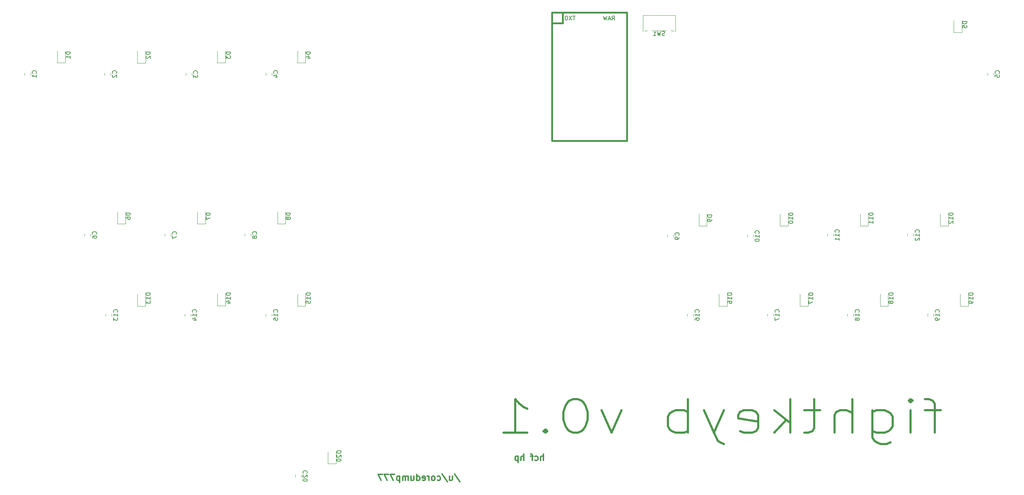
<source format=gbr>
G04 #@! TF.GenerationSoftware,KiCad,Pcbnew,5.0.1*
G04 #@! TF.CreationDate,2018-12-01T12:37:31-05:00*
G04 #@! TF.ProjectId,fightkeyb-pcb,66696768746B6579622D7063622E6B69,rev?*
G04 #@! TF.SameCoordinates,Original*
G04 #@! TF.FileFunction,Legend,Bot*
G04 #@! TF.FilePolarity,Positive*
%FSLAX46Y46*%
G04 Gerber Fmt 4.6, Leading zero omitted, Abs format (unit mm)*
G04 Created by KiCad (PCBNEW 5.0.1) date Sat 01 Dec 2018 12:37:31 PM EST*
%MOMM*%
%LPD*%
G01*
G04 APERTURE LIST*
%ADD10C,0.300000*%
%ADD11C,0.500000*%
%ADD12C,0.120000*%
%ADD13C,0.381000*%
%ADD14C,0.150000*%
G04 APERTURE END LIST*
D10*
X138444821Y-133028642D02*
X139730535Y-134957214D01*
X137301964Y-133600071D02*
X137301964Y-134600071D01*
X137944821Y-133600071D02*
X137944821Y-134385785D01*
X137873392Y-134528642D01*
X137730535Y-134600071D01*
X137516250Y-134600071D01*
X137373392Y-134528642D01*
X137301964Y-134457214D01*
X135516250Y-133028642D02*
X136801964Y-134957214D01*
X134373392Y-134528642D02*
X134516250Y-134600071D01*
X134801964Y-134600071D01*
X134944821Y-134528642D01*
X135016250Y-134457214D01*
X135087678Y-134314357D01*
X135087678Y-133885785D01*
X135016250Y-133742928D01*
X134944821Y-133671500D01*
X134801964Y-133600071D01*
X134516250Y-133600071D01*
X134373392Y-133671500D01*
X133516250Y-134600071D02*
X133659107Y-134528642D01*
X133730535Y-134457214D01*
X133801964Y-134314357D01*
X133801964Y-133885785D01*
X133730535Y-133742928D01*
X133659107Y-133671500D01*
X133516250Y-133600071D01*
X133301964Y-133600071D01*
X133159107Y-133671500D01*
X133087678Y-133742928D01*
X133016250Y-133885785D01*
X133016250Y-134314357D01*
X133087678Y-134457214D01*
X133159107Y-134528642D01*
X133301964Y-134600071D01*
X133516250Y-134600071D01*
X132373392Y-134600071D02*
X132373392Y-133600071D01*
X132373392Y-133885785D02*
X132301964Y-133742928D01*
X132230535Y-133671500D01*
X132087678Y-133600071D01*
X131944821Y-133600071D01*
X130873392Y-134528642D02*
X131016250Y-134600071D01*
X131301964Y-134600071D01*
X131444821Y-134528642D01*
X131516250Y-134385785D01*
X131516250Y-133814357D01*
X131444821Y-133671500D01*
X131301964Y-133600071D01*
X131016250Y-133600071D01*
X130873392Y-133671500D01*
X130801964Y-133814357D01*
X130801964Y-133957214D01*
X131516250Y-134100071D01*
X129516250Y-134600071D02*
X129516250Y-133100071D01*
X129516250Y-134528642D02*
X129659107Y-134600071D01*
X129944821Y-134600071D01*
X130087678Y-134528642D01*
X130159107Y-134457214D01*
X130230535Y-134314357D01*
X130230535Y-133885785D01*
X130159107Y-133742928D01*
X130087678Y-133671500D01*
X129944821Y-133600071D01*
X129659107Y-133600071D01*
X129516250Y-133671500D01*
X128159107Y-133600071D02*
X128159107Y-134600071D01*
X128801964Y-133600071D02*
X128801964Y-134385785D01*
X128730535Y-134528642D01*
X128587678Y-134600071D01*
X128373392Y-134600071D01*
X128230535Y-134528642D01*
X128159107Y-134457214D01*
X127444821Y-134600071D02*
X127444821Y-133600071D01*
X127444821Y-133742928D02*
X127373392Y-133671500D01*
X127230535Y-133600071D01*
X127016250Y-133600071D01*
X126873392Y-133671500D01*
X126801964Y-133814357D01*
X126801964Y-134600071D01*
X126801964Y-133814357D02*
X126730535Y-133671500D01*
X126587678Y-133600071D01*
X126373392Y-133600071D01*
X126230535Y-133671500D01*
X126159107Y-133814357D01*
X126159107Y-134600071D01*
X125444821Y-133600071D02*
X125444821Y-135100071D01*
X125444821Y-133671500D02*
X125301964Y-133600071D01*
X125016250Y-133600071D01*
X124873392Y-133671500D01*
X124801964Y-133742928D01*
X124730535Y-133885785D01*
X124730535Y-134314357D01*
X124801964Y-134457214D01*
X124873392Y-134528642D01*
X125016250Y-134600071D01*
X125301964Y-134600071D01*
X125444821Y-134528642D01*
X124230535Y-133100071D02*
X123230535Y-133100071D01*
X123873392Y-134600071D01*
X122801964Y-133100071D02*
X121801964Y-133100071D01*
X122444821Y-134600071D01*
X121373392Y-133100071D02*
X120373392Y-133100071D01*
X121016250Y-134600071D01*
X159531428Y-129837571D02*
X159531428Y-128337571D01*
X158888571Y-129837571D02*
X158888571Y-129051857D01*
X158960000Y-128909000D01*
X159102857Y-128837571D01*
X159317142Y-128837571D01*
X159460000Y-128909000D01*
X159531428Y-128980428D01*
X157531428Y-129766142D02*
X157674285Y-129837571D01*
X157960000Y-129837571D01*
X158102857Y-129766142D01*
X158174285Y-129694714D01*
X158245714Y-129551857D01*
X158245714Y-129123285D01*
X158174285Y-128980428D01*
X158102857Y-128909000D01*
X157960000Y-128837571D01*
X157674285Y-128837571D01*
X157531428Y-128909000D01*
X157102857Y-128837571D02*
X156531428Y-128837571D01*
X156888571Y-129837571D02*
X156888571Y-128551857D01*
X156817142Y-128409000D01*
X156674285Y-128337571D01*
X156531428Y-128337571D01*
X154888571Y-129837571D02*
X154888571Y-128337571D01*
X154245714Y-129837571D02*
X154245714Y-129051857D01*
X154317142Y-128909000D01*
X154460000Y-128837571D01*
X154674285Y-128837571D01*
X154817142Y-128909000D01*
X154888571Y-128980428D01*
X153531428Y-128837571D02*
X153531428Y-130337571D01*
X153531428Y-128909000D02*
X153388571Y-128837571D01*
X153102857Y-128837571D01*
X152960000Y-128909000D01*
X152888571Y-128980428D01*
X152817142Y-129123285D01*
X152817142Y-129551857D01*
X152888571Y-129694714D01*
X152960000Y-129766142D01*
X153102857Y-129837571D01*
X153388571Y-129837571D01*
X153531428Y-129766142D01*
D11*
X253834702Y-117919714D02*
X250025178Y-117919714D01*
X252406130Y-123253047D02*
X252406130Y-116395904D01*
X251929940Y-115634000D01*
X250977559Y-115253047D01*
X250025178Y-115253047D01*
X246691845Y-123253047D02*
X246691845Y-117919714D01*
X246691845Y-115253047D02*
X247168035Y-115634000D01*
X246691845Y-116014952D01*
X246215654Y-115634000D01*
X246691845Y-115253047D01*
X246691845Y-116014952D01*
X237644226Y-117919714D02*
X237644226Y-124395904D01*
X238120416Y-125157809D01*
X238596607Y-125538761D01*
X239548988Y-125919714D01*
X240977559Y-125919714D01*
X241929940Y-125538761D01*
X237644226Y-122872095D02*
X238596607Y-123253047D01*
X240501369Y-123253047D01*
X241453750Y-122872095D01*
X241929940Y-122491142D01*
X242406130Y-121729238D01*
X242406130Y-119443523D01*
X241929940Y-118681619D01*
X241453750Y-118300666D01*
X240501369Y-117919714D01*
X238596607Y-117919714D01*
X237644226Y-118300666D01*
X232882321Y-123253047D02*
X232882321Y-115253047D01*
X228596607Y-123253047D02*
X228596607Y-119062571D01*
X229072797Y-118300666D01*
X230025178Y-117919714D01*
X231453750Y-117919714D01*
X232406130Y-118300666D01*
X232882321Y-118681619D01*
X225263273Y-117919714D02*
X221453750Y-117919714D01*
X223834702Y-115253047D02*
X223834702Y-122110190D01*
X223358511Y-122872095D01*
X222406130Y-123253047D01*
X221453750Y-123253047D01*
X218120416Y-123253047D02*
X218120416Y-115253047D01*
X217168035Y-120205428D02*
X214310892Y-123253047D01*
X214310892Y-117919714D02*
X218120416Y-120967333D01*
X206215654Y-122872095D02*
X207168035Y-123253047D01*
X209072797Y-123253047D01*
X210025178Y-122872095D01*
X210501369Y-122110190D01*
X210501369Y-119062571D01*
X210025178Y-118300666D01*
X209072797Y-117919714D01*
X207168035Y-117919714D01*
X206215654Y-118300666D01*
X205739464Y-119062571D01*
X205739464Y-119824476D01*
X210501369Y-120586380D01*
X202406130Y-117919714D02*
X200025178Y-123253047D01*
X197644226Y-117919714D02*
X200025178Y-123253047D01*
X200977559Y-125157809D01*
X201453750Y-125538761D01*
X202406130Y-125919714D01*
X193834702Y-123253047D02*
X193834702Y-115253047D01*
X193834702Y-118300666D02*
X192882321Y-117919714D01*
X190977559Y-117919714D01*
X190025178Y-118300666D01*
X189548988Y-118681619D01*
X189072797Y-119443523D01*
X189072797Y-121729238D01*
X189548988Y-122491142D01*
X190025178Y-122872095D01*
X190977559Y-123253047D01*
X192882321Y-123253047D01*
X193834702Y-122872095D01*
X178120416Y-117919714D02*
X175739464Y-123253047D01*
X173358511Y-117919714D01*
X167644226Y-115253047D02*
X166691845Y-115253047D01*
X165739464Y-115634000D01*
X165263273Y-116014952D01*
X164787083Y-116776857D01*
X164310892Y-118300666D01*
X164310892Y-120205428D01*
X164787083Y-121729238D01*
X165263273Y-122491142D01*
X165739464Y-122872095D01*
X166691845Y-123253047D01*
X167644226Y-123253047D01*
X168596607Y-122872095D01*
X169072797Y-122491142D01*
X169548988Y-121729238D01*
X170025178Y-120205428D01*
X170025178Y-118300666D01*
X169548988Y-116776857D01*
X169072797Y-116014952D01*
X168596607Y-115634000D01*
X167644226Y-115253047D01*
X160025178Y-122491142D02*
X159548988Y-122872095D01*
X160025178Y-123253047D01*
X160501369Y-122872095D01*
X160025178Y-122491142D01*
X160025178Y-123253047D01*
X150025178Y-123253047D02*
X155739464Y-123253047D01*
X152882321Y-123253047D02*
X152882321Y-115253047D01*
X153834702Y-116395904D01*
X154787083Y-117157809D01*
X155739464Y-117538761D01*
D12*
G04 #@! TO.C,SW1*
X190337500Y-27735250D02*
X190337500Y-27965250D01*
X190857500Y-24065250D02*
X183137500Y-24065250D01*
X183137500Y-24065250D02*
X183137500Y-27965250D01*
X190857500Y-24065250D02*
X190857500Y-27965250D01*
X183657500Y-27735250D02*
X183657500Y-27965250D01*
X184197500Y-27735250D02*
X183657500Y-27735250D01*
X190337500Y-27735250D02*
X189797500Y-27735250D01*
X188697500Y-27735250D02*
X185297500Y-27735250D01*
D13*
G04 #@! TO.C,U1*
X179337500Y-23431500D02*
X161557500Y-23431500D01*
X161557500Y-23431500D02*
X161557500Y-53911500D01*
X161557500Y-53911500D02*
X179337500Y-53911500D01*
X179337500Y-53911500D02*
X179337500Y-23431500D01*
X164097500Y-23431500D02*
X164097500Y-25971500D01*
X164097500Y-25971500D02*
X161557500Y-25971500D01*
D12*
G04 #@! TO.C,C1*
X36447500Y-38289002D02*
X36447500Y-37766498D01*
X37867500Y-38289002D02*
X37867500Y-37766498D01*
G04 #@! TO.C,C2*
X56867500Y-38289002D02*
X56867500Y-37766498D01*
X55447500Y-38289002D02*
X55447500Y-37766498D01*
G04 #@! TO.C,C3*
X74697500Y-38289002D02*
X74697500Y-37766498D01*
X76117500Y-38289002D02*
X76117500Y-37766498D01*
G04 #@! TO.C,C4*
X95117500Y-38289002D02*
X95117500Y-37766498D01*
X93697500Y-38289002D02*
X93697500Y-37766498D01*
G04 #@! TO.C,C5*
X264947500Y-38289002D02*
X264947500Y-37766498D01*
X266367500Y-38289002D02*
X266367500Y-37766498D01*
G04 #@! TO.C,C6*
X50697500Y-76539002D02*
X50697500Y-76016498D01*
X52117500Y-76539002D02*
X52117500Y-76016498D01*
G04 #@! TO.C,C7*
X69697500Y-76539002D02*
X69697500Y-76016498D01*
X71117500Y-76539002D02*
X71117500Y-76016498D01*
G04 #@! TO.C,C8*
X90117500Y-76539002D02*
X90117500Y-76016498D01*
X88697500Y-76539002D02*
X88697500Y-76016498D01*
G04 #@! TO.C,C9*
X188947500Y-76789002D02*
X188947500Y-76266498D01*
X190367500Y-76789002D02*
X190367500Y-76266498D01*
G04 #@! TO.C,C10*
X209367500Y-76789002D02*
X209367500Y-76266498D01*
X207947500Y-76789002D02*
X207947500Y-76266498D01*
G04 #@! TO.C,C11*
X226947500Y-76539002D02*
X226947500Y-76016498D01*
X228367500Y-76539002D02*
X228367500Y-76016498D01*
G04 #@! TO.C,C12*
X247367500Y-76539002D02*
X247367500Y-76016498D01*
X245947500Y-76539002D02*
X245947500Y-76016498D01*
G04 #@! TO.C,C13*
X57117500Y-95539002D02*
X57117500Y-95016498D01*
X55697500Y-95539002D02*
X55697500Y-95016498D01*
G04 #@! TO.C,C14*
X75867500Y-95539002D02*
X75867500Y-95016498D01*
X74447500Y-95539002D02*
X74447500Y-95016498D01*
G04 #@! TO.C,C15*
X93697500Y-95539002D02*
X93697500Y-95016498D01*
X95117500Y-95539002D02*
X95117500Y-95016498D01*
G04 #@! TO.C,C16*
X195117500Y-95539002D02*
X195117500Y-95016498D01*
X193697500Y-95539002D02*
X193697500Y-95016498D01*
G04 #@! TO.C,C17*
X212697500Y-95539002D02*
X212697500Y-95016498D01*
X214117500Y-95539002D02*
X214117500Y-95016498D01*
G04 #@! TO.C,C18*
X233117500Y-95539002D02*
X233117500Y-95016498D01*
X231697500Y-95539002D02*
X231697500Y-95016498D01*
G04 #@! TO.C,C19*
X250697500Y-95539002D02*
X250697500Y-95016498D01*
X252117500Y-95539002D02*
X252117500Y-95016498D01*
G04 #@! TO.C,C20*
X102117500Y-133789002D02*
X102117500Y-133266498D01*
X100697500Y-133789002D02*
X100697500Y-133266498D01*
G04 #@! TO.C,D1*
X46117500Y-32527750D02*
X46117500Y-35387750D01*
X46117500Y-35387750D02*
X44197500Y-35387750D01*
X44197500Y-35387750D02*
X44197500Y-32527750D01*
G04 #@! TO.C,D2*
X63197500Y-35412750D02*
X63197500Y-32552750D01*
X65117500Y-35412750D02*
X63197500Y-35412750D01*
X65117500Y-32552750D02*
X65117500Y-35412750D01*
G04 #@! TO.C,D3*
X84117500Y-32527750D02*
X84117500Y-35387750D01*
X84117500Y-35387750D02*
X82197500Y-35387750D01*
X82197500Y-35387750D02*
X82197500Y-32527750D01*
G04 #@! TO.C,D4*
X101197500Y-35387750D02*
X101197500Y-32527750D01*
X103117500Y-35387750D02*
X101197500Y-35387750D01*
X103117500Y-32527750D02*
X103117500Y-35387750D01*
G04 #@! TO.C,D5*
X258867500Y-25277750D02*
X258867500Y-28137750D01*
X258867500Y-28137750D02*
X256947500Y-28137750D01*
X256947500Y-28137750D02*
X256947500Y-25277750D01*
G04 #@! TO.C,D6*
X58447500Y-73637750D02*
X58447500Y-70777750D01*
X60367500Y-73637750D02*
X58447500Y-73637750D01*
X60367500Y-70777750D02*
X60367500Y-73637750D01*
G04 #@! TO.C,D7*
X79367500Y-70777750D02*
X79367500Y-73637750D01*
X79367500Y-73637750D02*
X77447500Y-73637750D01*
X77447500Y-73637750D02*
X77447500Y-70777750D01*
G04 #@! TO.C,D8*
X96447500Y-73637750D02*
X96447500Y-70777750D01*
X98367500Y-73637750D02*
X96447500Y-73637750D01*
X98367500Y-70777750D02*
X98367500Y-73637750D01*
G04 #@! TO.C,D9*
X196447500Y-74137750D02*
X196447500Y-71277750D01*
X198367500Y-74137750D02*
X196447500Y-74137750D01*
X198367500Y-71277750D02*
X198367500Y-74137750D01*
G04 #@! TO.C,D10*
X217617500Y-71277750D02*
X217617500Y-74137750D01*
X217617500Y-74137750D02*
X215697500Y-74137750D01*
X215697500Y-74137750D02*
X215697500Y-71277750D01*
G04 #@! TO.C,D11*
X236617500Y-71277750D02*
X236617500Y-74137750D01*
X236617500Y-74137750D02*
X234697500Y-74137750D01*
X234697500Y-74137750D02*
X234697500Y-71277750D01*
G04 #@! TO.C,D12*
X253697500Y-74137750D02*
X253697500Y-71277750D01*
X255617500Y-74137750D02*
X253697500Y-74137750D01*
X255617500Y-71277750D02*
X255617500Y-74137750D01*
G04 #@! TO.C,D13*
X65117500Y-90277750D02*
X65117500Y-93137750D01*
X65117500Y-93137750D02*
X63197500Y-93137750D01*
X63197500Y-93137750D02*
X63197500Y-90277750D01*
G04 #@! TO.C,D14*
X82197500Y-93112750D02*
X82197500Y-90252750D01*
X84117500Y-93112750D02*
X82197500Y-93112750D01*
X84117500Y-90252750D02*
X84117500Y-93112750D01*
G04 #@! TO.C,D15*
X103117500Y-90277750D02*
X103117500Y-93137750D01*
X103117500Y-93137750D02*
X101197500Y-93137750D01*
X101197500Y-93137750D02*
X101197500Y-90277750D01*
G04 #@! TO.C,D16*
X201197500Y-93137750D02*
X201197500Y-90277750D01*
X203117500Y-93137750D02*
X201197500Y-93137750D01*
X203117500Y-90277750D02*
X203117500Y-93137750D01*
G04 #@! TO.C,D17*
X222367500Y-90277750D02*
X222367500Y-93137750D01*
X222367500Y-93137750D02*
X220447500Y-93137750D01*
X220447500Y-93137750D02*
X220447500Y-90277750D01*
G04 #@! TO.C,D18*
X239447500Y-93137750D02*
X239447500Y-90277750D01*
X241367500Y-93137750D02*
X239447500Y-93137750D01*
X241367500Y-90277750D02*
X241367500Y-93137750D01*
G04 #@! TO.C,D19*
X260367500Y-90277750D02*
X260367500Y-93137750D01*
X260367500Y-93137750D02*
X258447500Y-93137750D01*
X258447500Y-93137750D02*
X258447500Y-90277750D01*
G04 #@! TO.C,D20*
X108447500Y-130637750D02*
X108447500Y-127777750D01*
X110367500Y-130637750D02*
X108447500Y-130637750D01*
X110367500Y-127777750D02*
X110367500Y-130637750D01*
G04 #@! TO.C,SW1*
D14*
X188330833Y-28850011D02*
X188187976Y-28897630D01*
X187949880Y-28897630D01*
X187854642Y-28850011D01*
X187807023Y-28802392D01*
X187759404Y-28707154D01*
X187759404Y-28611916D01*
X187807023Y-28516678D01*
X187854642Y-28469059D01*
X187949880Y-28421440D01*
X188140357Y-28373821D01*
X188235595Y-28326202D01*
X188283214Y-28278583D01*
X188330833Y-28183345D01*
X188330833Y-28088107D01*
X188283214Y-27992869D01*
X188235595Y-27945250D01*
X188140357Y-27897630D01*
X187902261Y-27897630D01*
X187759404Y-27945250D01*
X187426071Y-27897630D02*
X187187976Y-28897630D01*
X186997500Y-28183345D01*
X186807023Y-28897630D01*
X186568928Y-27897630D01*
X185664166Y-28897630D02*
X186235595Y-28897630D01*
X185949880Y-28897630D02*
X185949880Y-27897630D01*
X186045119Y-28040488D01*
X186140357Y-28135726D01*
X186235595Y-28183345D01*
G04 #@! TO.C,U1*
X167085595Y-24223880D02*
X166514166Y-24223880D01*
X166799880Y-25223880D02*
X166799880Y-24223880D01*
X166276071Y-24223880D02*
X165609404Y-25223880D01*
X165609404Y-24223880D02*
X166276071Y-25223880D01*
X165037976Y-24223880D02*
X164942738Y-24223880D01*
X164847500Y-24271500D01*
X164799880Y-24319119D01*
X164752261Y-24414357D01*
X164704642Y-24604833D01*
X164704642Y-24842928D01*
X164752261Y-25033404D01*
X164799880Y-25128642D01*
X164847500Y-25176261D01*
X164942738Y-25223880D01*
X165037976Y-25223880D01*
X165133214Y-25176261D01*
X165180833Y-25128642D01*
X165228452Y-25033404D01*
X165276071Y-24842928D01*
X165276071Y-24604833D01*
X165228452Y-24414357D01*
X165180833Y-24319119D01*
X165133214Y-24271500D01*
X165037976Y-24223880D01*
X175837976Y-25223880D02*
X176171309Y-24747690D01*
X176409404Y-25223880D02*
X176409404Y-24223880D01*
X176028452Y-24223880D01*
X175933214Y-24271500D01*
X175885595Y-24319119D01*
X175837976Y-24414357D01*
X175837976Y-24557214D01*
X175885595Y-24652452D01*
X175933214Y-24700071D01*
X176028452Y-24747690D01*
X176409404Y-24747690D01*
X175457023Y-24938166D02*
X174980833Y-24938166D01*
X175552261Y-25223880D02*
X175218928Y-24223880D01*
X174885595Y-25223880D01*
X174647500Y-24223880D02*
X174409404Y-25223880D01*
X174218928Y-24509595D01*
X174028452Y-25223880D01*
X173790357Y-24223880D01*
G04 #@! TO.C,C1*
X39164642Y-37861083D02*
X39212261Y-37813464D01*
X39259880Y-37670607D01*
X39259880Y-37575369D01*
X39212261Y-37432511D01*
X39117023Y-37337273D01*
X39021785Y-37289654D01*
X38831309Y-37242035D01*
X38688452Y-37242035D01*
X38497976Y-37289654D01*
X38402738Y-37337273D01*
X38307500Y-37432511D01*
X38259880Y-37575369D01*
X38259880Y-37670607D01*
X38307500Y-37813464D01*
X38355119Y-37861083D01*
X39259880Y-38813464D02*
X39259880Y-38242035D01*
X39259880Y-38527750D02*
X38259880Y-38527750D01*
X38402738Y-38432511D01*
X38497976Y-38337273D01*
X38545595Y-38242035D01*
G04 #@! TO.C,C2*
X58164642Y-37861083D02*
X58212261Y-37813464D01*
X58259880Y-37670607D01*
X58259880Y-37575369D01*
X58212261Y-37432511D01*
X58117023Y-37337273D01*
X58021785Y-37289654D01*
X57831309Y-37242035D01*
X57688452Y-37242035D01*
X57497976Y-37289654D01*
X57402738Y-37337273D01*
X57307500Y-37432511D01*
X57259880Y-37575369D01*
X57259880Y-37670607D01*
X57307500Y-37813464D01*
X57355119Y-37861083D01*
X57355119Y-38242035D02*
X57307500Y-38289654D01*
X57259880Y-38384892D01*
X57259880Y-38622988D01*
X57307500Y-38718226D01*
X57355119Y-38765845D01*
X57450357Y-38813464D01*
X57545595Y-38813464D01*
X57688452Y-38765845D01*
X58259880Y-38194416D01*
X58259880Y-38813464D01*
G04 #@! TO.C,C3*
X77414642Y-37861083D02*
X77462261Y-37813464D01*
X77509880Y-37670607D01*
X77509880Y-37575369D01*
X77462261Y-37432511D01*
X77367023Y-37337273D01*
X77271785Y-37289654D01*
X77081309Y-37242035D01*
X76938452Y-37242035D01*
X76747976Y-37289654D01*
X76652738Y-37337273D01*
X76557500Y-37432511D01*
X76509880Y-37575369D01*
X76509880Y-37670607D01*
X76557500Y-37813464D01*
X76605119Y-37861083D01*
X76509880Y-38194416D02*
X76509880Y-38813464D01*
X76890833Y-38480130D01*
X76890833Y-38622988D01*
X76938452Y-38718226D01*
X76986071Y-38765845D01*
X77081309Y-38813464D01*
X77319404Y-38813464D01*
X77414642Y-38765845D01*
X77462261Y-38718226D01*
X77509880Y-38622988D01*
X77509880Y-38337273D01*
X77462261Y-38242035D01*
X77414642Y-38194416D01*
G04 #@! TO.C,C4*
X96414642Y-37861083D02*
X96462261Y-37813464D01*
X96509880Y-37670607D01*
X96509880Y-37575369D01*
X96462261Y-37432511D01*
X96367023Y-37337273D01*
X96271785Y-37289654D01*
X96081309Y-37242035D01*
X95938452Y-37242035D01*
X95747976Y-37289654D01*
X95652738Y-37337273D01*
X95557500Y-37432511D01*
X95509880Y-37575369D01*
X95509880Y-37670607D01*
X95557500Y-37813464D01*
X95605119Y-37861083D01*
X95843214Y-38718226D02*
X96509880Y-38718226D01*
X95462261Y-38480130D02*
X96176547Y-38242035D01*
X96176547Y-38861083D01*
G04 #@! TO.C,C5*
X267664642Y-37861083D02*
X267712261Y-37813464D01*
X267759880Y-37670607D01*
X267759880Y-37575369D01*
X267712261Y-37432511D01*
X267617023Y-37337273D01*
X267521785Y-37289654D01*
X267331309Y-37242035D01*
X267188452Y-37242035D01*
X266997976Y-37289654D01*
X266902738Y-37337273D01*
X266807500Y-37432511D01*
X266759880Y-37575369D01*
X266759880Y-37670607D01*
X266807500Y-37813464D01*
X266855119Y-37861083D01*
X266759880Y-38765845D02*
X266759880Y-38289654D01*
X267236071Y-38242035D01*
X267188452Y-38289654D01*
X267140833Y-38384892D01*
X267140833Y-38622988D01*
X267188452Y-38718226D01*
X267236071Y-38765845D01*
X267331309Y-38813464D01*
X267569404Y-38813464D01*
X267664642Y-38765845D01*
X267712261Y-38718226D01*
X267759880Y-38622988D01*
X267759880Y-38384892D01*
X267712261Y-38289654D01*
X267664642Y-38242035D01*
G04 #@! TO.C,C6*
X53414642Y-76111083D02*
X53462261Y-76063464D01*
X53509880Y-75920607D01*
X53509880Y-75825369D01*
X53462261Y-75682511D01*
X53367023Y-75587273D01*
X53271785Y-75539654D01*
X53081309Y-75492035D01*
X52938452Y-75492035D01*
X52747976Y-75539654D01*
X52652738Y-75587273D01*
X52557500Y-75682511D01*
X52509880Y-75825369D01*
X52509880Y-75920607D01*
X52557500Y-76063464D01*
X52605119Y-76111083D01*
X52509880Y-76968226D02*
X52509880Y-76777750D01*
X52557500Y-76682511D01*
X52605119Y-76634892D01*
X52747976Y-76539654D01*
X52938452Y-76492035D01*
X53319404Y-76492035D01*
X53414642Y-76539654D01*
X53462261Y-76587273D01*
X53509880Y-76682511D01*
X53509880Y-76872988D01*
X53462261Y-76968226D01*
X53414642Y-77015845D01*
X53319404Y-77063464D01*
X53081309Y-77063464D01*
X52986071Y-77015845D01*
X52938452Y-76968226D01*
X52890833Y-76872988D01*
X52890833Y-76682511D01*
X52938452Y-76587273D01*
X52986071Y-76539654D01*
X53081309Y-76492035D01*
G04 #@! TO.C,C7*
X72414642Y-76111083D02*
X72462261Y-76063464D01*
X72509880Y-75920607D01*
X72509880Y-75825369D01*
X72462261Y-75682511D01*
X72367023Y-75587273D01*
X72271785Y-75539654D01*
X72081309Y-75492035D01*
X71938452Y-75492035D01*
X71747976Y-75539654D01*
X71652738Y-75587273D01*
X71557500Y-75682511D01*
X71509880Y-75825369D01*
X71509880Y-75920607D01*
X71557500Y-76063464D01*
X71605119Y-76111083D01*
X71509880Y-76444416D02*
X71509880Y-77111083D01*
X72509880Y-76682511D01*
G04 #@! TO.C,C8*
X91414642Y-76111083D02*
X91462261Y-76063464D01*
X91509880Y-75920607D01*
X91509880Y-75825369D01*
X91462261Y-75682511D01*
X91367023Y-75587273D01*
X91271785Y-75539654D01*
X91081309Y-75492035D01*
X90938452Y-75492035D01*
X90747976Y-75539654D01*
X90652738Y-75587273D01*
X90557500Y-75682511D01*
X90509880Y-75825369D01*
X90509880Y-75920607D01*
X90557500Y-76063464D01*
X90605119Y-76111083D01*
X90938452Y-76682511D02*
X90890833Y-76587273D01*
X90843214Y-76539654D01*
X90747976Y-76492035D01*
X90700357Y-76492035D01*
X90605119Y-76539654D01*
X90557500Y-76587273D01*
X90509880Y-76682511D01*
X90509880Y-76872988D01*
X90557500Y-76968226D01*
X90605119Y-77015845D01*
X90700357Y-77063464D01*
X90747976Y-77063464D01*
X90843214Y-77015845D01*
X90890833Y-76968226D01*
X90938452Y-76872988D01*
X90938452Y-76682511D01*
X90986071Y-76587273D01*
X91033690Y-76539654D01*
X91128928Y-76492035D01*
X91319404Y-76492035D01*
X91414642Y-76539654D01*
X91462261Y-76587273D01*
X91509880Y-76682511D01*
X91509880Y-76872988D01*
X91462261Y-76968226D01*
X91414642Y-77015845D01*
X91319404Y-77063464D01*
X91128928Y-77063464D01*
X91033690Y-77015845D01*
X90986071Y-76968226D01*
X90938452Y-76872988D01*
G04 #@! TO.C,C9*
X191664642Y-76361083D02*
X191712261Y-76313464D01*
X191759880Y-76170607D01*
X191759880Y-76075369D01*
X191712261Y-75932511D01*
X191617023Y-75837273D01*
X191521785Y-75789654D01*
X191331309Y-75742035D01*
X191188452Y-75742035D01*
X190997976Y-75789654D01*
X190902738Y-75837273D01*
X190807500Y-75932511D01*
X190759880Y-76075369D01*
X190759880Y-76170607D01*
X190807500Y-76313464D01*
X190855119Y-76361083D01*
X191759880Y-76837273D02*
X191759880Y-77027750D01*
X191712261Y-77122988D01*
X191664642Y-77170607D01*
X191521785Y-77265845D01*
X191331309Y-77313464D01*
X190950357Y-77313464D01*
X190855119Y-77265845D01*
X190807500Y-77218226D01*
X190759880Y-77122988D01*
X190759880Y-76932511D01*
X190807500Y-76837273D01*
X190855119Y-76789654D01*
X190950357Y-76742035D01*
X191188452Y-76742035D01*
X191283690Y-76789654D01*
X191331309Y-76837273D01*
X191378928Y-76932511D01*
X191378928Y-77122988D01*
X191331309Y-77218226D01*
X191283690Y-77265845D01*
X191188452Y-77313464D01*
G04 #@! TO.C,C10*
X210664642Y-75884892D02*
X210712261Y-75837273D01*
X210759880Y-75694416D01*
X210759880Y-75599178D01*
X210712261Y-75456321D01*
X210617023Y-75361083D01*
X210521785Y-75313464D01*
X210331309Y-75265845D01*
X210188452Y-75265845D01*
X209997976Y-75313464D01*
X209902738Y-75361083D01*
X209807500Y-75456321D01*
X209759880Y-75599178D01*
X209759880Y-75694416D01*
X209807500Y-75837273D01*
X209855119Y-75884892D01*
X210759880Y-76837273D02*
X210759880Y-76265845D01*
X210759880Y-76551559D02*
X209759880Y-76551559D01*
X209902738Y-76456321D01*
X209997976Y-76361083D01*
X210045595Y-76265845D01*
X209759880Y-77456321D02*
X209759880Y-77551559D01*
X209807500Y-77646797D01*
X209855119Y-77694416D01*
X209950357Y-77742035D01*
X210140833Y-77789654D01*
X210378928Y-77789654D01*
X210569404Y-77742035D01*
X210664642Y-77694416D01*
X210712261Y-77646797D01*
X210759880Y-77551559D01*
X210759880Y-77456321D01*
X210712261Y-77361083D01*
X210664642Y-77313464D01*
X210569404Y-77265845D01*
X210378928Y-77218226D01*
X210140833Y-77218226D01*
X209950357Y-77265845D01*
X209855119Y-77313464D01*
X209807500Y-77361083D01*
X209759880Y-77456321D01*
G04 #@! TO.C,C11*
X229664642Y-75634892D02*
X229712261Y-75587273D01*
X229759880Y-75444416D01*
X229759880Y-75349178D01*
X229712261Y-75206321D01*
X229617023Y-75111083D01*
X229521785Y-75063464D01*
X229331309Y-75015845D01*
X229188452Y-75015845D01*
X228997976Y-75063464D01*
X228902738Y-75111083D01*
X228807500Y-75206321D01*
X228759880Y-75349178D01*
X228759880Y-75444416D01*
X228807500Y-75587273D01*
X228855119Y-75634892D01*
X229759880Y-76587273D02*
X229759880Y-76015845D01*
X229759880Y-76301559D02*
X228759880Y-76301559D01*
X228902738Y-76206321D01*
X228997976Y-76111083D01*
X229045595Y-76015845D01*
X229759880Y-77539654D02*
X229759880Y-76968226D01*
X229759880Y-77253940D02*
X228759880Y-77253940D01*
X228902738Y-77158702D01*
X228997976Y-77063464D01*
X229045595Y-76968226D01*
G04 #@! TO.C,C12*
X248664642Y-75634892D02*
X248712261Y-75587273D01*
X248759880Y-75444416D01*
X248759880Y-75349178D01*
X248712261Y-75206321D01*
X248617023Y-75111083D01*
X248521785Y-75063464D01*
X248331309Y-75015845D01*
X248188452Y-75015845D01*
X247997976Y-75063464D01*
X247902738Y-75111083D01*
X247807500Y-75206321D01*
X247759880Y-75349178D01*
X247759880Y-75444416D01*
X247807500Y-75587273D01*
X247855119Y-75634892D01*
X248759880Y-76587273D02*
X248759880Y-76015845D01*
X248759880Y-76301559D02*
X247759880Y-76301559D01*
X247902738Y-76206321D01*
X247997976Y-76111083D01*
X248045595Y-76015845D01*
X247855119Y-76968226D02*
X247807500Y-77015845D01*
X247759880Y-77111083D01*
X247759880Y-77349178D01*
X247807500Y-77444416D01*
X247855119Y-77492035D01*
X247950357Y-77539654D01*
X248045595Y-77539654D01*
X248188452Y-77492035D01*
X248759880Y-76920607D01*
X248759880Y-77539654D01*
G04 #@! TO.C,C13*
X58414642Y-94634892D02*
X58462261Y-94587273D01*
X58509880Y-94444416D01*
X58509880Y-94349178D01*
X58462261Y-94206321D01*
X58367023Y-94111083D01*
X58271785Y-94063464D01*
X58081309Y-94015845D01*
X57938452Y-94015845D01*
X57747976Y-94063464D01*
X57652738Y-94111083D01*
X57557500Y-94206321D01*
X57509880Y-94349178D01*
X57509880Y-94444416D01*
X57557500Y-94587273D01*
X57605119Y-94634892D01*
X58509880Y-95587273D02*
X58509880Y-95015845D01*
X58509880Y-95301559D02*
X57509880Y-95301559D01*
X57652738Y-95206321D01*
X57747976Y-95111083D01*
X57795595Y-95015845D01*
X57509880Y-95920607D02*
X57509880Y-96539654D01*
X57890833Y-96206321D01*
X57890833Y-96349178D01*
X57938452Y-96444416D01*
X57986071Y-96492035D01*
X58081309Y-96539654D01*
X58319404Y-96539654D01*
X58414642Y-96492035D01*
X58462261Y-96444416D01*
X58509880Y-96349178D01*
X58509880Y-96063464D01*
X58462261Y-95968226D01*
X58414642Y-95920607D01*
G04 #@! TO.C,C14*
X77164642Y-94634892D02*
X77212261Y-94587273D01*
X77259880Y-94444416D01*
X77259880Y-94349178D01*
X77212261Y-94206321D01*
X77117023Y-94111083D01*
X77021785Y-94063464D01*
X76831309Y-94015845D01*
X76688452Y-94015845D01*
X76497976Y-94063464D01*
X76402738Y-94111083D01*
X76307500Y-94206321D01*
X76259880Y-94349178D01*
X76259880Y-94444416D01*
X76307500Y-94587273D01*
X76355119Y-94634892D01*
X77259880Y-95587273D02*
X77259880Y-95015845D01*
X77259880Y-95301559D02*
X76259880Y-95301559D01*
X76402738Y-95206321D01*
X76497976Y-95111083D01*
X76545595Y-95015845D01*
X76593214Y-96444416D02*
X77259880Y-96444416D01*
X76212261Y-96206321D02*
X76926547Y-95968226D01*
X76926547Y-96587273D01*
G04 #@! TO.C,C15*
X96414642Y-94634892D02*
X96462261Y-94587273D01*
X96509880Y-94444416D01*
X96509880Y-94349178D01*
X96462261Y-94206321D01*
X96367023Y-94111083D01*
X96271785Y-94063464D01*
X96081309Y-94015845D01*
X95938452Y-94015845D01*
X95747976Y-94063464D01*
X95652738Y-94111083D01*
X95557500Y-94206321D01*
X95509880Y-94349178D01*
X95509880Y-94444416D01*
X95557500Y-94587273D01*
X95605119Y-94634892D01*
X96509880Y-95587273D02*
X96509880Y-95015845D01*
X96509880Y-95301559D02*
X95509880Y-95301559D01*
X95652738Y-95206321D01*
X95747976Y-95111083D01*
X95795595Y-95015845D01*
X95509880Y-96492035D02*
X95509880Y-96015845D01*
X95986071Y-95968226D01*
X95938452Y-96015845D01*
X95890833Y-96111083D01*
X95890833Y-96349178D01*
X95938452Y-96444416D01*
X95986071Y-96492035D01*
X96081309Y-96539654D01*
X96319404Y-96539654D01*
X96414642Y-96492035D01*
X96462261Y-96444416D01*
X96509880Y-96349178D01*
X96509880Y-96111083D01*
X96462261Y-96015845D01*
X96414642Y-95968226D01*
G04 #@! TO.C,C16*
X196414642Y-94634892D02*
X196462261Y-94587273D01*
X196509880Y-94444416D01*
X196509880Y-94349178D01*
X196462261Y-94206321D01*
X196367023Y-94111083D01*
X196271785Y-94063464D01*
X196081309Y-94015845D01*
X195938452Y-94015845D01*
X195747976Y-94063464D01*
X195652738Y-94111083D01*
X195557500Y-94206321D01*
X195509880Y-94349178D01*
X195509880Y-94444416D01*
X195557500Y-94587273D01*
X195605119Y-94634892D01*
X196509880Y-95587273D02*
X196509880Y-95015845D01*
X196509880Y-95301559D02*
X195509880Y-95301559D01*
X195652738Y-95206321D01*
X195747976Y-95111083D01*
X195795595Y-95015845D01*
X195509880Y-96444416D02*
X195509880Y-96253940D01*
X195557500Y-96158702D01*
X195605119Y-96111083D01*
X195747976Y-96015845D01*
X195938452Y-95968226D01*
X196319404Y-95968226D01*
X196414642Y-96015845D01*
X196462261Y-96063464D01*
X196509880Y-96158702D01*
X196509880Y-96349178D01*
X196462261Y-96444416D01*
X196414642Y-96492035D01*
X196319404Y-96539654D01*
X196081309Y-96539654D01*
X195986071Y-96492035D01*
X195938452Y-96444416D01*
X195890833Y-96349178D01*
X195890833Y-96158702D01*
X195938452Y-96063464D01*
X195986071Y-96015845D01*
X196081309Y-95968226D01*
G04 #@! TO.C,C17*
X215414642Y-94634892D02*
X215462261Y-94587273D01*
X215509880Y-94444416D01*
X215509880Y-94349178D01*
X215462261Y-94206321D01*
X215367023Y-94111083D01*
X215271785Y-94063464D01*
X215081309Y-94015845D01*
X214938452Y-94015845D01*
X214747976Y-94063464D01*
X214652738Y-94111083D01*
X214557500Y-94206321D01*
X214509880Y-94349178D01*
X214509880Y-94444416D01*
X214557500Y-94587273D01*
X214605119Y-94634892D01*
X215509880Y-95587273D02*
X215509880Y-95015845D01*
X215509880Y-95301559D02*
X214509880Y-95301559D01*
X214652738Y-95206321D01*
X214747976Y-95111083D01*
X214795595Y-95015845D01*
X214509880Y-95920607D02*
X214509880Y-96587273D01*
X215509880Y-96158702D01*
G04 #@! TO.C,C18*
X234414642Y-94634892D02*
X234462261Y-94587273D01*
X234509880Y-94444416D01*
X234509880Y-94349178D01*
X234462261Y-94206321D01*
X234367023Y-94111083D01*
X234271785Y-94063464D01*
X234081309Y-94015845D01*
X233938452Y-94015845D01*
X233747976Y-94063464D01*
X233652738Y-94111083D01*
X233557500Y-94206321D01*
X233509880Y-94349178D01*
X233509880Y-94444416D01*
X233557500Y-94587273D01*
X233605119Y-94634892D01*
X234509880Y-95587273D02*
X234509880Y-95015845D01*
X234509880Y-95301559D02*
X233509880Y-95301559D01*
X233652738Y-95206321D01*
X233747976Y-95111083D01*
X233795595Y-95015845D01*
X233938452Y-96158702D02*
X233890833Y-96063464D01*
X233843214Y-96015845D01*
X233747976Y-95968226D01*
X233700357Y-95968226D01*
X233605119Y-96015845D01*
X233557500Y-96063464D01*
X233509880Y-96158702D01*
X233509880Y-96349178D01*
X233557500Y-96444416D01*
X233605119Y-96492035D01*
X233700357Y-96539654D01*
X233747976Y-96539654D01*
X233843214Y-96492035D01*
X233890833Y-96444416D01*
X233938452Y-96349178D01*
X233938452Y-96158702D01*
X233986071Y-96063464D01*
X234033690Y-96015845D01*
X234128928Y-95968226D01*
X234319404Y-95968226D01*
X234414642Y-96015845D01*
X234462261Y-96063464D01*
X234509880Y-96158702D01*
X234509880Y-96349178D01*
X234462261Y-96444416D01*
X234414642Y-96492035D01*
X234319404Y-96539654D01*
X234128928Y-96539654D01*
X234033690Y-96492035D01*
X233986071Y-96444416D01*
X233938452Y-96349178D01*
G04 #@! TO.C,C19*
X253414642Y-94634892D02*
X253462261Y-94587273D01*
X253509880Y-94444416D01*
X253509880Y-94349178D01*
X253462261Y-94206321D01*
X253367023Y-94111083D01*
X253271785Y-94063464D01*
X253081309Y-94015845D01*
X252938452Y-94015845D01*
X252747976Y-94063464D01*
X252652738Y-94111083D01*
X252557500Y-94206321D01*
X252509880Y-94349178D01*
X252509880Y-94444416D01*
X252557500Y-94587273D01*
X252605119Y-94634892D01*
X253509880Y-95587273D02*
X253509880Y-95015845D01*
X253509880Y-95301559D02*
X252509880Y-95301559D01*
X252652738Y-95206321D01*
X252747976Y-95111083D01*
X252795595Y-95015845D01*
X253509880Y-96063464D02*
X253509880Y-96253940D01*
X253462261Y-96349178D01*
X253414642Y-96396797D01*
X253271785Y-96492035D01*
X253081309Y-96539654D01*
X252700357Y-96539654D01*
X252605119Y-96492035D01*
X252557500Y-96444416D01*
X252509880Y-96349178D01*
X252509880Y-96158702D01*
X252557500Y-96063464D01*
X252605119Y-96015845D01*
X252700357Y-95968226D01*
X252938452Y-95968226D01*
X253033690Y-96015845D01*
X253081309Y-96063464D01*
X253128928Y-96158702D01*
X253128928Y-96349178D01*
X253081309Y-96444416D01*
X253033690Y-96492035D01*
X252938452Y-96539654D01*
G04 #@! TO.C,C20*
X103414642Y-132884892D02*
X103462261Y-132837273D01*
X103509880Y-132694416D01*
X103509880Y-132599178D01*
X103462261Y-132456321D01*
X103367023Y-132361083D01*
X103271785Y-132313464D01*
X103081309Y-132265845D01*
X102938452Y-132265845D01*
X102747976Y-132313464D01*
X102652738Y-132361083D01*
X102557500Y-132456321D01*
X102509880Y-132599178D01*
X102509880Y-132694416D01*
X102557500Y-132837273D01*
X102605119Y-132884892D01*
X102605119Y-133265845D02*
X102557500Y-133313464D01*
X102509880Y-133408702D01*
X102509880Y-133646797D01*
X102557500Y-133742035D01*
X102605119Y-133789654D01*
X102700357Y-133837273D01*
X102795595Y-133837273D01*
X102938452Y-133789654D01*
X103509880Y-133218226D01*
X103509880Y-133837273D01*
X102509880Y-134456321D02*
X102509880Y-134551559D01*
X102557500Y-134646797D01*
X102605119Y-134694416D01*
X102700357Y-134742035D01*
X102890833Y-134789654D01*
X103128928Y-134789654D01*
X103319404Y-134742035D01*
X103414642Y-134694416D01*
X103462261Y-134646797D01*
X103509880Y-134551559D01*
X103509880Y-134456321D01*
X103462261Y-134361083D01*
X103414642Y-134313464D01*
X103319404Y-134265845D01*
X103128928Y-134218226D01*
X102890833Y-134218226D01*
X102700357Y-134265845D01*
X102605119Y-134313464D01*
X102557500Y-134361083D01*
X102509880Y-134456321D01*
G04 #@! TO.C,D1*
X47259880Y-32789654D02*
X46259880Y-32789654D01*
X46259880Y-33027750D01*
X46307500Y-33170607D01*
X46402738Y-33265845D01*
X46497976Y-33313464D01*
X46688452Y-33361083D01*
X46831309Y-33361083D01*
X47021785Y-33313464D01*
X47117023Y-33265845D01*
X47212261Y-33170607D01*
X47259880Y-33027750D01*
X47259880Y-32789654D01*
X47259880Y-34313464D02*
X47259880Y-33742035D01*
X47259880Y-34027750D02*
X46259880Y-34027750D01*
X46402738Y-33932511D01*
X46497976Y-33837273D01*
X46545595Y-33742035D01*
G04 #@! TO.C,D2*
X66259880Y-32814654D02*
X65259880Y-32814654D01*
X65259880Y-33052750D01*
X65307500Y-33195607D01*
X65402738Y-33290845D01*
X65497976Y-33338464D01*
X65688452Y-33386083D01*
X65831309Y-33386083D01*
X66021785Y-33338464D01*
X66117023Y-33290845D01*
X66212261Y-33195607D01*
X66259880Y-33052750D01*
X66259880Y-32814654D01*
X65355119Y-33767035D02*
X65307500Y-33814654D01*
X65259880Y-33909892D01*
X65259880Y-34147988D01*
X65307500Y-34243226D01*
X65355119Y-34290845D01*
X65450357Y-34338464D01*
X65545595Y-34338464D01*
X65688452Y-34290845D01*
X66259880Y-33719416D01*
X66259880Y-34338464D01*
G04 #@! TO.C,D3*
X85259880Y-32789654D02*
X84259880Y-32789654D01*
X84259880Y-33027750D01*
X84307500Y-33170607D01*
X84402738Y-33265845D01*
X84497976Y-33313464D01*
X84688452Y-33361083D01*
X84831309Y-33361083D01*
X85021785Y-33313464D01*
X85117023Y-33265845D01*
X85212261Y-33170607D01*
X85259880Y-33027750D01*
X85259880Y-32789654D01*
X84259880Y-33694416D02*
X84259880Y-34313464D01*
X84640833Y-33980130D01*
X84640833Y-34122988D01*
X84688452Y-34218226D01*
X84736071Y-34265845D01*
X84831309Y-34313464D01*
X85069404Y-34313464D01*
X85164642Y-34265845D01*
X85212261Y-34218226D01*
X85259880Y-34122988D01*
X85259880Y-33837273D01*
X85212261Y-33742035D01*
X85164642Y-33694416D01*
G04 #@! TO.C,D4*
X104259880Y-32789654D02*
X103259880Y-32789654D01*
X103259880Y-33027750D01*
X103307500Y-33170607D01*
X103402738Y-33265845D01*
X103497976Y-33313464D01*
X103688452Y-33361083D01*
X103831309Y-33361083D01*
X104021785Y-33313464D01*
X104117023Y-33265845D01*
X104212261Y-33170607D01*
X104259880Y-33027750D01*
X104259880Y-32789654D01*
X103593214Y-34218226D02*
X104259880Y-34218226D01*
X103212261Y-33980130D02*
X103926547Y-33742035D01*
X103926547Y-34361083D01*
G04 #@! TO.C,D5*
X260009880Y-25539654D02*
X259009880Y-25539654D01*
X259009880Y-25777750D01*
X259057500Y-25920607D01*
X259152738Y-26015845D01*
X259247976Y-26063464D01*
X259438452Y-26111083D01*
X259581309Y-26111083D01*
X259771785Y-26063464D01*
X259867023Y-26015845D01*
X259962261Y-25920607D01*
X260009880Y-25777750D01*
X260009880Y-25539654D01*
X259009880Y-27015845D02*
X259009880Y-26539654D01*
X259486071Y-26492035D01*
X259438452Y-26539654D01*
X259390833Y-26634892D01*
X259390833Y-26872988D01*
X259438452Y-26968226D01*
X259486071Y-27015845D01*
X259581309Y-27063464D01*
X259819404Y-27063464D01*
X259914642Y-27015845D01*
X259962261Y-26968226D01*
X260009880Y-26872988D01*
X260009880Y-26634892D01*
X259962261Y-26539654D01*
X259914642Y-26492035D01*
G04 #@! TO.C,D6*
X61509880Y-71039654D02*
X60509880Y-71039654D01*
X60509880Y-71277750D01*
X60557500Y-71420607D01*
X60652738Y-71515845D01*
X60747976Y-71563464D01*
X60938452Y-71611083D01*
X61081309Y-71611083D01*
X61271785Y-71563464D01*
X61367023Y-71515845D01*
X61462261Y-71420607D01*
X61509880Y-71277750D01*
X61509880Y-71039654D01*
X60509880Y-72468226D02*
X60509880Y-72277750D01*
X60557500Y-72182511D01*
X60605119Y-72134892D01*
X60747976Y-72039654D01*
X60938452Y-71992035D01*
X61319404Y-71992035D01*
X61414642Y-72039654D01*
X61462261Y-72087273D01*
X61509880Y-72182511D01*
X61509880Y-72372988D01*
X61462261Y-72468226D01*
X61414642Y-72515845D01*
X61319404Y-72563464D01*
X61081309Y-72563464D01*
X60986071Y-72515845D01*
X60938452Y-72468226D01*
X60890833Y-72372988D01*
X60890833Y-72182511D01*
X60938452Y-72087273D01*
X60986071Y-72039654D01*
X61081309Y-71992035D01*
G04 #@! TO.C,D7*
X80509880Y-71039654D02*
X79509880Y-71039654D01*
X79509880Y-71277750D01*
X79557500Y-71420607D01*
X79652738Y-71515845D01*
X79747976Y-71563464D01*
X79938452Y-71611083D01*
X80081309Y-71611083D01*
X80271785Y-71563464D01*
X80367023Y-71515845D01*
X80462261Y-71420607D01*
X80509880Y-71277750D01*
X80509880Y-71039654D01*
X79509880Y-71944416D02*
X79509880Y-72611083D01*
X80509880Y-72182511D01*
G04 #@! TO.C,D8*
X99509880Y-71039654D02*
X98509880Y-71039654D01*
X98509880Y-71277750D01*
X98557500Y-71420607D01*
X98652738Y-71515845D01*
X98747976Y-71563464D01*
X98938452Y-71611083D01*
X99081309Y-71611083D01*
X99271785Y-71563464D01*
X99367023Y-71515845D01*
X99462261Y-71420607D01*
X99509880Y-71277750D01*
X99509880Y-71039654D01*
X98938452Y-72182511D02*
X98890833Y-72087273D01*
X98843214Y-72039654D01*
X98747976Y-71992035D01*
X98700357Y-71992035D01*
X98605119Y-72039654D01*
X98557500Y-72087273D01*
X98509880Y-72182511D01*
X98509880Y-72372988D01*
X98557500Y-72468226D01*
X98605119Y-72515845D01*
X98700357Y-72563464D01*
X98747976Y-72563464D01*
X98843214Y-72515845D01*
X98890833Y-72468226D01*
X98938452Y-72372988D01*
X98938452Y-72182511D01*
X98986071Y-72087273D01*
X99033690Y-72039654D01*
X99128928Y-71992035D01*
X99319404Y-71992035D01*
X99414642Y-72039654D01*
X99462261Y-72087273D01*
X99509880Y-72182511D01*
X99509880Y-72372988D01*
X99462261Y-72468226D01*
X99414642Y-72515845D01*
X99319404Y-72563464D01*
X99128928Y-72563464D01*
X99033690Y-72515845D01*
X98986071Y-72468226D01*
X98938452Y-72372988D01*
G04 #@! TO.C,D9*
X199509880Y-71539654D02*
X198509880Y-71539654D01*
X198509880Y-71777750D01*
X198557500Y-71920607D01*
X198652738Y-72015845D01*
X198747976Y-72063464D01*
X198938452Y-72111083D01*
X199081309Y-72111083D01*
X199271785Y-72063464D01*
X199367023Y-72015845D01*
X199462261Y-71920607D01*
X199509880Y-71777750D01*
X199509880Y-71539654D01*
X199509880Y-72587273D02*
X199509880Y-72777750D01*
X199462261Y-72872988D01*
X199414642Y-72920607D01*
X199271785Y-73015845D01*
X199081309Y-73063464D01*
X198700357Y-73063464D01*
X198605119Y-73015845D01*
X198557500Y-72968226D01*
X198509880Y-72872988D01*
X198509880Y-72682511D01*
X198557500Y-72587273D01*
X198605119Y-72539654D01*
X198700357Y-72492035D01*
X198938452Y-72492035D01*
X199033690Y-72539654D01*
X199081309Y-72587273D01*
X199128928Y-72682511D01*
X199128928Y-72872988D01*
X199081309Y-72968226D01*
X199033690Y-73015845D01*
X198938452Y-73063464D01*
G04 #@! TO.C,D10*
X218759880Y-71063464D02*
X217759880Y-71063464D01*
X217759880Y-71301559D01*
X217807500Y-71444416D01*
X217902738Y-71539654D01*
X217997976Y-71587273D01*
X218188452Y-71634892D01*
X218331309Y-71634892D01*
X218521785Y-71587273D01*
X218617023Y-71539654D01*
X218712261Y-71444416D01*
X218759880Y-71301559D01*
X218759880Y-71063464D01*
X218759880Y-72587273D02*
X218759880Y-72015845D01*
X218759880Y-72301559D02*
X217759880Y-72301559D01*
X217902738Y-72206321D01*
X217997976Y-72111083D01*
X218045595Y-72015845D01*
X217759880Y-73206321D02*
X217759880Y-73301559D01*
X217807500Y-73396797D01*
X217855119Y-73444416D01*
X217950357Y-73492035D01*
X218140833Y-73539654D01*
X218378928Y-73539654D01*
X218569404Y-73492035D01*
X218664642Y-73444416D01*
X218712261Y-73396797D01*
X218759880Y-73301559D01*
X218759880Y-73206321D01*
X218712261Y-73111083D01*
X218664642Y-73063464D01*
X218569404Y-73015845D01*
X218378928Y-72968226D01*
X218140833Y-72968226D01*
X217950357Y-73015845D01*
X217855119Y-73063464D01*
X217807500Y-73111083D01*
X217759880Y-73206321D01*
G04 #@! TO.C,D11*
X237759880Y-71063464D02*
X236759880Y-71063464D01*
X236759880Y-71301559D01*
X236807500Y-71444416D01*
X236902738Y-71539654D01*
X236997976Y-71587273D01*
X237188452Y-71634892D01*
X237331309Y-71634892D01*
X237521785Y-71587273D01*
X237617023Y-71539654D01*
X237712261Y-71444416D01*
X237759880Y-71301559D01*
X237759880Y-71063464D01*
X237759880Y-72587273D02*
X237759880Y-72015845D01*
X237759880Y-72301559D02*
X236759880Y-72301559D01*
X236902738Y-72206321D01*
X236997976Y-72111083D01*
X237045595Y-72015845D01*
X237759880Y-73539654D02*
X237759880Y-72968226D01*
X237759880Y-73253940D02*
X236759880Y-73253940D01*
X236902738Y-73158702D01*
X236997976Y-73063464D01*
X237045595Y-72968226D01*
G04 #@! TO.C,D12*
X256759880Y-71063464D02*
X255759880Y-71063464D01*
X255759880Y-71301559D01*
X255807500Y-71444416D01*
X255902738Y-71539654D01*
X255997976Y-71587273D01*
X256188452Y-71634892D01*
X256331309Y-71634892D01*
X256521785Y-71587273D01*
X256617023Y-71539654D01*
X256712261Y-71444416D01*
X256759880Y-71301559D01*
X256759880Y-71063464D01*
X256759880Y-72587273D02*
X256759880Y-72015845D01*
X256759880Y-72301559D02*
X255759880Y-72301559D01*
X255902738Y-72206321D01*
X255997976Y-72111083D01*
X256045595Y-72015845D01*
X255855119Y-72968226D02*
X255807500Y-73015845D01*
X255759880Y-73111083D01*
X255759880Y-73349178D01*
X255807500Y-73444416D01*
X255855119Y-73492035D01*
X255950357Y-73539654D01*
X256045595Y-73539654D01*
X256188452Y-73492035D01*
X256759880Y-72920607D01*
X256759880Y-73539654D01*
G04 #@! TO.C,D13*
X66259880Y-90063464D02*
X65259880Y-90063464D01*
X65259880Y-90301559D01*
X65307500Y-90444416D01*
X65402738Y-90539654D01*
X65497976Y-90587273D01*
X65688452Y-90634892D01*
X65831309Y-90634892D01*
X66021785Y-90587273D01*
X66117023Y-90539654D01*
X66212261Y-90444416D01*
X66259880Y-90301559D01*
X66259880Y-90063464D01*
X66259880Y-91587273D02*
X66259880Y-91015845D01*
X66259880Y-91301559D02*
X65259880Y-91301559D01*
X65402738Y-91206321D01*
X65497976Y-91111083D01*
X65545595Y-91015845D01*
X65259880Y-91920607D02*
X65259880Y-92539654D01*
X65640833Y-92206321D01*
X65640833Y-92349178D01*
X65688452Y-92444416D01*
X65736071Y-92492035D01*
X65831309Y-92539654D01*
X66069404Y-92539654D01*
X66164642Y-92492035D01*
X66212261Y-92444416D01*
X66259880Y-92349178D01*
X66259880Y-92063464D01*
X66212261Y-91968226D01*
X66164642Y-91920607D01*
G04 #@! TO.C,D14*
X85259880Y-90038464D02*
X84259880Y-90038464D01*
X84259880Y-90276559D01*
X84307500Y-90419416D01*
X84402738Y-90514654D01*
X84497976Y-90562273D01*
X84688452Y-90609892D01*
X84831309Y-90609892D01*
X85021785Y-90562273D01*
X85117023Y-90514654D01*
X85212261Y-90419416D01*
X85259880Y-90276559D01*
X85259880Y-90038464D01*
X85259880Y-91562273D02*
X85259880Y-90990845D01*
X85259880Y-91276559D02*
X84259880Y-91276559D01*
X84402738Y-91181321D01*
X84497976Y-91086083D01*
X84545595Y-90990845D01*
X84593214Y-92419416D02*
X85259880Y-92419416D01*
X84212261Y-92181321D02*
X84926547Y-91943226D01*
X84926547Y-92562273D01*
G04 #@! TO.C,D15*
X104259880Y-90063464D02*
X103259880Y-90063464D01*
X103259880Y-90301559D01*
X103307500Y-90444416D01*
X103402738Y-90539654D01*
X103497976Y-90587273D01*
X103688452Y-90634892D01*
X103831309Y-90634892D01*
X104021785Y-90587273D01*
X104117023Y-90539654D01*
X104212261Y-90444416D01*
X104259880Y-90301559D01*
X104259880Y-90063464D01*
X104259880Y-91587273D02*
X104259880Y-91015845D01*
X104259880Y-91301559D02*
X103259880Y-91301559D01*
X103402738Y-91206321D01*
X103497976Y-91111083D01*
X103545595Y-91015845D01*
X103259880Y-92492035D02*
X103259880Y-92015845D01*
X103736071Y-91968226D01*
X103688452Y-92015845D01*
X103640833Y-92111083D01*
X103640833Y-92349178D01*
X103688452Y-92444416D01*
X103736071Y-92492035D01*
X103831309Y-92539654D01*
X104069404Y-92539654D01*
X104164642Y-92492035D01*
X104212261Y-92444416D01*
X104259880Y-92349178D01*
X104259880Y-92111083D01*
X104212261Y-92015845D01*
X104164642Y-91968226D01*
G04 #@! TO.C,D16*
X204259880Y-90063464D02*
X203259880Y-90063464D01*
X203259880Y-90301559D01*
X203307500Y-90444416D01*
X203402738Y-90539654D01*
X203497976Y-90587273D01*
X203688452Y-90634892D01*
X203831309Y-90634892D01*
X204021785Y-90587273D01*
X204117023Y-90539654D01*
X204212261Y-90444416D01*
X204259880Y-90301559D01*
X204259880Y-90063464D01*
X204259880Y-91587273D02*
X204259880Y-91015845D01*
X204259880Y-91301559D02*
X203259880Y-91301559D01*
X203402738Y-91206321D01*
X203497976Y-91111083D01*
X203545595Y-91015845D01*
X203259880Y-92444416D02*
X203259880Y-92253940D01*
X203307500Y-92158702D01*
X203355119Y-92111083D01*
X203497976Y-92015845D01*
X203688452Y-91968226D01*
X204069404Y-91968226D01*
X204164642Y-92015845D01*
X204212261Y-92063464D01*
X204259880Y-92158702D01*
X204259880Y-92349178D01*
X204212261Y-92444416D01*
X204164642Y-92492035D01*
X204069404Y-92539654D01*
X203831309Y-92539654D01*
X203736071Y-92492035D01*
X203688452Y-92444416D01*
X203640833Y-92349178D01*
X203640833Y-92158702D01*
X203688452Y-92063464D01*
X203736071Y-92015845D01*
X203831309Y-91968226D01*
G04 #@! TO.C,D17*
X223509880Y-90063464D02*
X222509880Y-90063464D01*
X222509880Y-90301559D01*
X222557500Y-90444416D01*
X222652738Y-90539654D01*
X222747976Y-90587273D01*
X222938452Y-90634892D01*
X223081309Y-90634892D01*
X223271785Y-90587273D01*
X223367023Y-90539654D01*
X223462261Y-90444416D01*
X223509880Y-90301559D01*
X223509880Y-90063464D01*
X223509880Y-91587273D02*
X223509880Y-91015845D01*
X223509880Y-91301559D02*
X222509880Y-91301559D01*
X222652738Y-91206321D01*
X222747976Y-91111083D01*
X222795595Y-91015845D01*
X222509880Y-91920607D02*
X222509880Y-92587273D01*
X223509880Y-92158702D01*
G04 #@! TO.C,D18*
X242509880Y-90063464D02*
X241509880Y-90063464D01*
X241509880Y-90301559D01*
X241557500Y-90444416D01*
X241652738Y-90539654D01*
X241747976Y-90587273D01*
X241938452Y-90634892D01*
X242081309Y-90634892D01*
X242271785Y-90587273D01*
X242367023Y-90539654D01*
X242462261Y-90444416D01*
X242509880Y-90301559D01*
X242509880Y-90063464D01*
X242509880Y-91587273D02*
X242509880Y-91015845D01*
X242509880Y-91301559D02*
X241509880Y-91301559D01*
X241652738Y-91206321D01*
X241747976Y-91111083D01*
X241795595Y-91015845D01*
X241938452Y-92158702D02*
X241890833Y-92063464D01*
X241843214Y-92015845D01*
X241747976Y-91968226D01*
X241700357Y-91968226D01*
X241605119Y-92015845D01*
X241557500Y-92063464D01*
X241509880Y-92158702D01*
X241509880Y-92349178D01*
X241557500Y-92444416D01*
X241605119Y-92492035D01*
X241700357Y-92539654D01*
X241747976Y-92539654D01*
X241843214Y-92492035D01*
X241890833Y-92444416D01*
X241938452Y-92349178D01*
X241938452Y-92158702D01*
X241986071Y-92063464D01*
X242033690Y-92015845D01*
X242128928Y-91968226D01*
X242319404Y-91968226D01*
X242414642Y-92015845D01*
X242462261Y-92063464D01*
X242509880Y-92158702D01*
X242509880Y-92349178D01*
X242462261Y-92444416D01*
X242414642Y-92492035D01*
X242319404Y-92539654D01*
X242128928Y-92539654D01*
X242033690Y-92492035D01*
X241986071Y-92444416D01*
X241938452Y-92349178D01*
G04 #@! TO.C,D19*
X261509880Y-90063464D02*
X260509880Y-90063464D01*
X260509880Y-90301559D01*
X260557500Y-90444416D01*
X260652738Y-90539654D01*
X260747976Y-90587273D01*
X260938452Y-90634892D01*
X261081309Y-90634892D01*
X261271785Y-90587273D01*
X261367023Y-90539654D01*
X261462261Y-90444416D01*
X261509880Y-90301559D01*
X261509880Y-90063464D01*
X261509880Y-91587273D02*
X261509880Y-91015845D01*
X261509880Y-91301559D02*
X260509880Y-91301559D01*
X260652738Y-91206321D01*
X260747976Y-91111083D01*
X260795595Y-91015845D01*
X261509880Y-92063464D02*
X261509880Y-92253940D01*
X261462261Y-92349178D01*
X261414642Y-92396797D01*
X261271785Y-92492035D01*
X261081309Y-92539654D01*
X260700357Y-92539654D01*
X260605119Y-92492035D01*
X260557500Y-92444416D01*
X260509880Y-92349178D01*
X260509880Y-92158702D01*
X260557500Y-92063464D01*
X260605119Y-92015845D01*
X260700357Y-91968226D01*
X260938452Y-91968226D01*
X261033690Y-92015845D01*
X261081309Y-92063464D01*
X261128928Y-92158702D01*
X261128928Y-92349178D01*
X261081309Y-92444416D01*
X261033690Y-92492035D01*
X260938452Y-92539654D01*
G04 #@! TO.C,D20*
X111509880Y-127563464D02*
X110509880Y-127563464D01*
X110509880Y-127801559D01*
X110557500Y-127944416D01*
X110652738Y-128039654D01*
X110747976Y-128087273D01*
X110938452Y-128134892D01*
X111081309Y-128134892D01*
X111271785Y-128087273D01*
X111367023Y-128039654D01*
X111462261Y-127944416D01*
X111509880Y-127801559D01*
X111509880Y-127563464D01*
X110605119Y-128515845D02*
X110557500Y-128563464D01*
X110509880Y-128658702D01*
X110509880Y-128896797D01*
X110557500Y-128992035D01*
X110605119Y-129039654D01*
X110700357Y-129087273D01*
X110795595Y-129087273D01*
X110938452Y-129039654D01*
X111509880Y-128468226D01*
X111509880Y-129087273D01*
X110509880Y-129706321D02*
X110509880Y-129801559D01*
X110557500Y-129896797D01*
X110605119Y-129944416D01*
X110700357Y-129992035D01*
X110890833Y-130039654D01*
X111128928Y-130039654D01*
X111319404Y-129992035D01*
X111414642Y-129944416D01*
X111462261Y-129896797D01*
X111509880Y-129801559D01*
X111509880Y-129706321D01*
X111462261Y-129611083D01*
X111414642Y-129563464D01*
X111319404Y-129515845D01*
X111128928Y-129468226D01*
X110890833Y-129468226D01*
X110700357Y-129515845D01*
X110605119Y-129563464D01*
X110557500Y-129611083D01*
X110509880Y-129706321D01*
G04 #@! TD*
M02*

</source>
